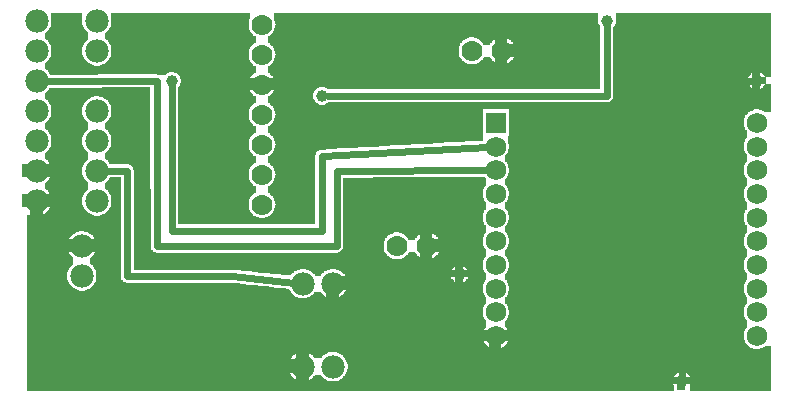
<source format=gbl>
G04 MADE WITH FRITZING*
G04 WWW.FRITZING.ORG*
G04 DOUBLE SIDED*
G04 HOLES PLATED*
G04 CONTOUR ON CENTER OF CONTOUR VECTOR*
%ASAXBY*%
%FSLAX23Y23*%
%MOIN*%
%OFA0B0*%
%SFA1.0B1.0*%
%ADD10C,0.075000*%
%ADD11C,0.039370*%
%ADD12C,0.070000*%
%ADD13C,0.078000*%
%ADD14C,0.068000*%
%ADD15R,0.068000X0.068000*%
%ADD16C,0.024000*%
%LNCOPPER0*%
G90*
G70*
G54D10*
X164Y1235D03*
G54D11*
X1023Y1024D03*
X1973Y1273D03*
X2472Y1074D03*
X2222Y73D03*
G54D12*
X1622Y1173D03*
X1522Y1173D03*
X1372Y523D03*
X1272Y523D03*
G54D13*
X72Y1173D03*
X72Y1273D03*
X272Y1173D03*
X272Y1273D03*
X72Y1073D03*
X72Y973D03*
G54D11*
X522Y1073D03*
G54D13*
X272Y973D03*
X72Y873D03*
X72Y673D03*
X72Y773D03*
X272Y673D03*
X272Y773D03*
X272Y873D03*
G54D11*
X1481Y429D03*
G54D13*
X222Y523D03*
X222Y423D03*
X1059Y398D03*
X959Y398D03*
X1059Y121D03*
X959Y121D03*
G54D14*
X1602Y934D03*
X1602Y855D03*
X1602Y776D03*
X1602Y697D03*
X1602Y618D03*
X1602Y539D03*
X1602Y460D03*
X1602Y381D03*
X1602Y302D03*
X1602Y223D03*
X2472Y223D03*
X2472Y302D03*
X2472Y381D03*
X2472Y460D03*
X2472Y539D03*
X2472Y618D03*
X2472Y697D03*
X2472Y776D03*
X2472Y855D03*
X2472Y934D03*
G54D12*
X822Y1261D03*
X822Y1161D03*
X822Y1061D03*
X822Y961D03*
X822Y861D03*
X822Y761D03*
X822Y661D03*
G54D15*
X1602Y934D03*
G54D16*
X1971Y1024D02*
X1042Y1024D01*
D02*
X1972Y1254D02*
X1971Y1024D01*
D02*
X2223Y1074D02*
X2222Y92D01*
D02*
X2453Y1074D02*
X2223Y1074D01*
D02*
X1072Y773D02*
X1071Y523D01*
D02*
X473Y523D02*
X473Y623D01*
D02*
X473Y623D02*
X473Y623D01*
D02*
X1071Y523D02*
X473Y523D01*
D02*
X473Y623D02*
X472Y1074D01*
D02*
X472Y1074D02*
X102Y1073D01*
D02*
X1577Y776D02*
X1072Y773D01*
D02*
X1023Y823D02*
X1022Y574D01*
D02*
X1022Y574D02*
X522Y574D01*
D02*
X522Y574D02*
X522Y723D01*
D02*
X522Y723D02*
X522Y1054D01*
D02*
X1577Y854D02*
X1023Y823D01*
D02*
X722Y423D02*
X929Y401D01*
D02*
X373Y423D02*
X722Y423D01*
D02*
X373Y774D02*
X373Y423D01*
D02*
X302Y774D02*
X373Y774D01*
G36*
X120Y1299D02*
X120Y1275D01*
X122Y1275D01*
X122Y1273D01*
X120Y1273D01*
X120Y1261D01*
X118Y1261D01*
X118Y1255D01*
X116Y1255D01*
X116Y1251D01*
X114Y1251D01*
X114Y1247D01*
X112Y1247D01*
X112Y1245D01*
X110Y1245D01*
X110Y1241D01*
X108Y1241D01*
X108Y1239D01*
X106Y1239D01*
X106Y1237D01*
X102Y1237D01*
X102Y1235D01*
X100Y1235D01*
X100Y1213D01*
X102Y1213D01*
X102Y1211D01*
X104Y1211D01*
X104Y1209D01*
X108Y1209D01*
X108Y1205D01*
X110Y1205D01*
X110Y1203D01*
X112Y1203D01*
X112Y1201D01*
X114Y1201D01*
X114Y1197D01*
X116Y1197D01*
X116Y1193D01*
X118Y1193D01*
X118Y1187D01*
X120Y1187D01*
X120Y1175D01*
X122Y1175D01*
X122Y1173D01*
X120Y1173D01*
X120Y1161D01*
X118Y1161D01*
X118Y1155D01*
X116Y1155D01*
X116Y1151D01*
X114Y1151D01*
X114Y1147D01*
X112Y1147D01*
X112Y1145D01*
X110Y1145D01*
X110Y1141D01*
X108Y1141D01*
X108Y1139D01*
X106Y1139D01*
X106Y1137D01*
X102Y1137D01*
X102Y1135D01*
X100Y1135D01*
X100Y1125D01*
X262Y1125D01*
X262Y1127D01*
X256Y1127D01*
X256Y1129D01*
X250Y1129D01*
X250Y1131D01*
X248Y1131D01*
X248Y1133D01*
X244Y1133D01*
X244Y1135D01*
X242Y1135D01*
X242Y1137D01*
X238Y1137D01*
X238Y1139D01*
X236Y1139D01*
X236Y1143D01*
X234Y1143D01*
X234Y1145D01*
X232Y1145D01*
X232Y1147D01*
X230Y1147D01*
X230Y1151D01*
X228Y1151D01*
X228Y1155D01*
X226Y1155D01*
X226Y1161D01*
X224Y1161D01*
X224Y1187D01*
X226Y1187D01*
X226Y1193D01*
X228Y1193D01*
X228Y1197D01*
X230Y1197D01*
X230Y1201D01*
X232Y1201D01*
X232Y1203D01*
X234Y1203D01*
X234Y1205D01*
X236Y1205D01*
X236Y1207D01*
X238Y1207D01*
X238Y1209D01*
X240Y1209D01*
X240Y1211D01*
X242Y1211D01*
X242Y1213D01*
X244Y1213D01*
X244Y1235D01*
X242Y1235D01*
X242Y1237D01*
X238Y1237D01*
X238Y1239D01*
X236Y1239D01*
X236Y1243D01*
X234Y1243D01*
X234Y1245D01*
X232Y1245D01*
X232Y1247D01*
X230Y1247D01*
X230Y1251D01*
X228Y1251D01*
X228Y1255D01*
X226Y1255D01*
X226Y1261D01*
X224Y1261D01*
X224Y1299D01*
X120Y1299D01*
G37*
D02*
G36*
X320Y1299D02*
X320Y1275D01*
X322Y1275D01*
X322Y1273D01*
X320Y1273D01*
X320Y1261D01*
X318Y1261D01*
X318Y1255D01*
X316Y1255D01*
X316Y1251D01*
X314Y1251D01*
X314Y1247D01*
X312Y1247D01*
X312Y1245D01*
X310Y1245D01*
X310Y1241D01*
X308Y1241D01*
X308Y1239D01*
X306Y1239D01*
X306Y1237D01*
X302Y1237D01*
X302Y1235D01*
X300Y1235D01*
X300Y1213D01*
X302Y1213D01*
X302Y1211D01*
X304Y1211D01*
X304Y1209D01*
X308Y1209D01*
X308Y1205D01*
X310Y1205D01*
X310Y1203D01*
X312Y1203D01*
X312Y1201D01*
X314Y1201D01*
X314Y1197D01*
X316Y1197D01*
X316Y1193D01*
X318Y1193D01*
X318Y1187D01*
X320Y1187D01*
X320Y1175D01*
X322Y1175D01*
X322Y1173D01*
X320Y1173D01*
X320Y1161D01*
X318Y1161D01*
X318Y1155D01*
X316Y1155D01*
X316Y1151D01*
X314Y1151D01*
X314Y1147D01*
X312Y1147D01*
X312Y1145D01*
X310Y1145D01*
X310Y1141D01*
X308Y1141D01*
X308Y1139D01*
X306Y1139D01*
X306Y1137D01*
X302Y1137D01*
X302Y1135D01*
X300Y1135D01*
X300Y1133D01*
X298Y1133D01*
X298Y1131D01*
X294Y1131D01*
X294Y1129D01*
X288Y1129D01*
X288Y1127D01*
X282Y1127D01*
X282Y1125D01*
X794Y1125D01*
X794Y1127D01*
X792Y1127D01*
X792Y1129D01*
X790Y1129D01*
X790Y1131D01*
X788Y1131D01*
X788Y1133D01*
X786Y1133D01*
X786Y1137D01*
X784Y1137D01*
X784Y1139D01*
X782Y1139D01*
X782Y1143D01*
X780Y1143D01*
X780Y1149D01*
X778Y1149D01*
X778Y1173D01*
X780Y1173D01*
X780Y1179D01*
X782Y1179D01*
X782Y1183D01*
X784Y1183D01*
X784Y1187D01*
X786Y1187D01*
X786Y1189D01*
X788Y1189D01*
X788Y1191D01*
X790Y1191D01*
X790Y1193D01*
X792Y1193D01*
X792Y1195D01*
X794Y1195D01*
X794Y1197D01*
X796Y1197D01*
X796Y1199D01*
X800Y1199D01*
X800Y1201D01*
X802Y1201D01*
X802Y1223D01*
X798Y1223D01*
X798Y1225D01*
X794Y1225D01*
X794Y1227D01*
X792Y1227D01*
X792Y1229D01*
X790Y1229D01*
X790Y1231D01*
X788Y1231D01*
X788Y1233D01*
X786Y1233D01*
X786Y1237D01*
X784Y1237D01*
X784Y1239D01*
X782Y1239D01*
X782Y1243D01*
X780Y1243D01*
X780Y1249D01*
X778Y1249D01*
X778Y1273D01*
X780Y1273D01*
X780Y1279D01*
X782Y1279D01*
X782Y1299D01*
X320Y1299D01*
G37*
D02*
G36*
X864Y1299D02*
X864Y1275D01*
X866Y1275D01*
X866Y1263D01*
X868Y1263D01*
X868Y1259D01*
X866Y1259D01*
X866Y1249D01*
X864Y1249D01*
X864Y1243D01*
X862Y1243D01*
X862Y1239D01*
X860Y1239D01*
X860Y1235D01*
X858Y1235D01*
X858Y1233D01*
X856Y1233D01*
X856Y1231D01*
X854Y1231D01*
X854Y1229D01*
X852Y1229D01*
X852Y1227D01*
X850Y1227D01*
X850Y1225D01*
X846Y1225D01*
X846Y1223D01*
X844Y1223D01*
X844Y1221D01*
X842Y1221D01*
X842Y1219D01*
X1630Y1219D01*
X1630Y1217D01*
X1638Y1217D01*
X1638Y1215D01*
X1642Y1215D01*
X1642Y1213D01*
X1646Y1213D01*
X1646Y1211D01*
X1648Y1211D01*
X1648Y1209D01*
X1652Y1209D01*
X1652Y1207D01*
X1654Y1207D01*
X1654Y1205D01*
X1656Y1205D01*
X1656Y1203D01*
X1658Y1203D01*
X1658Y1199D01*
X1660Y1199D01*
X1660Y1197D01*
X1662Y1197D01*
X1662Y1193D01*
X1664Y1193D01*
X1664Y1187D01*
X1666Y1187D01*
X1666Y1179D01*
X1668Y1179D01*
X1668Y1169D01*
X1666Y1169D01*
X1666Y1161D01*
X1664Y1161D01*
X1664Y1155D01*
X1662Y1155D01*
X1662Y1151D01*
X1660Y1151D01*
X1660Y1149D01*
X1658Y1149D01*
X1658Y1145D01*
X1656Y1145D01*
X1656Y1143D01*
X1654Y1143D01*
X1654Y1141D01*
X1652Y1141D01*
X1652Y1139D01*
X1650Y1139D01*
X1650Y1137D01*
X1646Y1137D01*
X1646Y1135D01*
X1642Y1135D01*
X1642Y1133D01*
X1638Y1133D01*
X1638Y1131D01*
X1632Y1131D01*
X1632Y1129D01*
X1950Y1129D01*
X1950Y1255D01*
X1948Y1255D01*
X1948Y1259D01*
X1946Y1259D01*
X1946Y1263D01*
X1944Y1263D01*
X1944Y1273D01*
X1942Y1273D01*
X1942Y1275D01*
X1944Y1275D01*
X1944Y1299D01*
X864Y1299D01*
G37*
D02*
G36*
X2002Y1299D02*
X2002Y1265D01*
X2000Y1265D01*
X2000Y1261D01*
X1998Y1261D01*
X1998Y1257D01*
X1996Y1257D01*
X1996Y1255D01*
X1994Y1255D01*
X1994Y1105D01*
X2474Y1105D01*
X2474Y1103D01*
X2484Y1103D01*
X2484Y1101D01*
X2488Y1101D01*
X2488Y1099D01*
X2490Y1099D01*
X2490Y1097D01*
X2492Y1097D01*
X2492Y1095D01*
X2494Y1095D01*
X2494Y1093D01*
X2496Y1093D01*
X2496Y1091D01*
X2498Y1091D01*
X2498Y1087D01*
X2518Y1087D01*
X2518Y1299D01*
X2002Y1299D01*
G37*
D02*
G36*
X842Y1219D02*
X842Y1201D01*
X844Y1201D01*
X844Y1199D01*
X848Y1199D01*
X848Y1197D01*
X850Y1197D01*
X850Y1195D01*
X854Y1195D01*
X854Y1191D01*
X856Y1191D01*
X856Y1189D01*
X858Y1189D01*
X858Y1187D01*
X860Y1187D01*
X860Y1183D01*
X862Y1183D01*
X862Y1181D01*
X864Y1181D01*
X864Y1175D01*
X866Y1175D01*
X866Y1163D01*
X868Y1163D01*
X868Y1159D01*
X866Y1159D01*
X866Y1149D01*
X864Y1149D01*
X864Y1143D01*
X862Y1143D01*
X862Y1139D01*
X860Y1139D01*
X860Y1135D01*
X858Y1135D01*
X858Y1133D01*
X856Y1133D01*
X856Y1131D01*
X854Y1131D01*
X854Y1129D01*
X1512Y1129D01*
X1512Y1131D01*
X1506Y1131D01*
X1506Y1133D01*
X1502Y1133D01*
X1502Y1135D01*
X1498Y1135D01*
X1498Y1137D01*
X1496Y1137D01*
X1496Y1139D01*
X1492Y1139D01*
X1492Y1141D01*
X1490Y1141D01*
X1490Y1143D01*
X1488Y1143D01*
X1488Y1147D01*
X1486Y1147D01*
X1486Y1149D01*
X1484Y1149D01*
X1484Y1153D01*
X1482Y1153D01*
X1482Y1155D01*
X1480Y1155D01*
X1480Y1161D01*
X1478Y1161D01*
X1478Y1185D01*
X1480Y1185D01*
X1480Y1191D01*
X1482Y1191D01*
X1482Y1195D01*
X1484Y1195D01*
X1484Y1199D01*
X1486Y1199D01*
X1486Y1201D01*
X1488Y1201D01*
X1488Y1205D01*
X1490Y1205D01*
X1490Y1207D01*
X1494Y1207D01*
X1494Y1209D01*
X1496Y1209D01*
X1496Y1211D01*
X1498Y1211D01*
X1498Y1213D01*
X1502Y1213D01*
X1502Y1215D01*
X1506Y1215D01*
X1506Y1217D01*
X1514Y1217D01*
X1514Y1219D01*
X842Y1219D01*
G37*
D02*
G36*
X1530Y1219D02*
X1530Y1217D01*
X1538Y1217D01*
X1538Y1215D01*
X1542Y1215D01*
X1542Y1213D01*
X1546Y1213D01*
X1546Y1211D01*
X1548Y1211D01*
X1548Y1209D01*
X1550Y1209D01*
X1550Y1207D01*
X1554Y1207D01*
X1554Y1205D01*
X1556Y1205D01*
X1556Y1201D01*
X1558Y1201D01*
X1558Y1199D01*
X1560Y1199D01*
X1560Y1195D01*
X1562Y1195D01*
X1562Y1193D01*
X1582Y1193D01*
X1582Y1195D01*
X1584Y1195D01*
X1584Y1199D01*
X1586Y1199D01*
X1586Y1201D01*
X1588Y1201D01*
X1588Y1203D01*
X1590Y1203D01*
X1590Y1207D01*
X1594Y1207D01*
X1594Y1209D01*
X1596Y1209D01*
X1596Y1211D01*
X1598Y1211D01*
X1598Y1213D01*
X1602Y1213D01*
X1602Y1215D01*
X1608Y1215D01*
X1608Y1217D01*
X1614Y1217D01*
X1614Y1219D01*
X1530Y1219D01*
G37*
D02*
G36*
X1562Y1155D02*
X1562Y1151D01*
X1560Y1151D01*
X1560Y1149D01*
X1558Y1149D01*
X1558Y1145D01*
X1556Y1145D01*
X1556Y1143D01*
X1554Y1143D01*
X1554Y1141D01*
X1552Y1141D01*
X1552Y1139D01*
X1548Y1139D01*
X1548Y1137D01*
X1546Y1137D01*
X1546Y1135D01*
X1542Y1135D01*
X1542Y1133D01*
X1538Y1133D01*
X1538Y1131D01*
X1532Y1131D01*
X1532Y1129D01*
X1612Y1129D01*
X1612Y1131D01*
X1606Y1131D01*
X1606Y1133D01*
X1602Y1133D01*
X1602Y1135D01*
X1598Y1135D01*
X1598Y1137D01*
X1596Y1137D01*
X1596Y1139D01*
X1592Y1139D01*
X1592Y1141D01*
X1590Y1141D01*
X1590Y1143D01*
X1588Y1143D01*
X1588Y1147D01*
X1586Y1147D01*
X1586Y1149D01*
X1584Y1149D01*
X1584Y1153D01*
X1582Y1153D01*
X1582Y1155D01*
X1562Y1155D01*
G37*
D02*
G36*
X852Y1129D02*
X852Y1127D01*
X1950Y1127D01*
X1950Y1129D01*
X852Y1129D01*
G37*
D02*
G36*
X852Y1129D02*
X852Y1127D01*
X1950Y1127D01*
X1950Y1129D01*
X852Y1129D01*
G37*
D02*
G36*
X852Y1129D02*
X852Y1127D01*
X1950Y1127D01*
X1950Y1129D01*
X852Y1129D01*
G37*
D02*
G36*
X850Y1127D02*
X850Y1125D01*
X846Y1125D01*
X846Y1123D01*
X844Y1123D01*
X844Y1121D01*
X842Y1121D01*
X842Y1101D01*
X844Y1101D01*
X844Y1099D01*
X848Y1099D01*
X848Y1097D01*
X850Y1097D01*
X850Y1095D01*
X854Y1095D01*
X854Y1091D01*
X856Y1091D01*
X856Y1089D01*
X858Y1089D01*
X858Y1087D01*
X860Y1087D01*
X860Y1083D01*
X862Y1083D01*
X862Y1081D01*
X864Y1081D01*
X864Y1075D01*
X866Y1075D01*
X866Y1063D01*
X868Y1063D01*
X868Y1059D01*
X866Y1059D01*
X866Y1053D01*
X1034Y1053D01*
X1034Y1051D01*
X1038Y1051D01*
X1038Y1049D01*
X1040Y1049D01*
X1040Y1047D01*
X1950Y1047D01*
X1950Y1127D01*
X850Y1127D01*
G37*
D02*
G36*
X100Y1125D02*
X100Y1123D01*
X798Y1123D01*
X798Y1125D01*
X100Y1125D01*
G37*
D02*
G36*
X100Y1125D02*
X100Y1123D01*
X798Y1123D01*
X798Y1125D01*
X100Y1125D01*
G37*
D02*
G36*
X100Y1123D02*
X100Y1113D01*
X102Y1113D01*
X102Y1111D01*
X104Y1111D01*
X104Y1109D01*
X108Y1109D01*
X108Y1105D01*
X110Y1105D01*
X110Y1103D01*
X530Y1103D01*
X530Y1101D01*
X536Y1101D01*
X536Y1099D01*
X540Y1099D01*
X540Y1097D01*
X542Y1097D01*
X542Y1095D01*
X544Y1095D01*
X544Y1093D01*
X546Y1093D01*
X546Y1089D01*
X548Y1089D01*
X548Y1087D01*
X550Y1087D01*
X550Y1081D01*
X552Y1081D01*
X552Y1067D01*
X550Y1067D01*
X550Y1061D01*
X548Y1061D01*
X548Y1057D01*
X546Y1057D01*
X546Y1055D01*
X544Y1055D01*
X544Y617D01*
X812Y617D01*
X812Y619D01*
X804Y619D01*
X804Y621D01*
X802Y621D01*
X802Y623D01*
X798Y623D01*
X798Y625D01*
X794Y625D01*
X794Y627D01*
X792Y627D01*
X792Y629D01*
X790Y629D01*
X790Y631D01*
X788Y631D01*
X788Y633D01*
X786Y633D01*
X786Y637D01*
X784Y637D01*
X784Y639D01*
X782Y639D01*
X782Y643D01*
X780Y643D01*
X780Y649D01*
X778Y649D01*
X778Y673D01*
X780Y673D01*
X780Y679D01*
X782Y679D01*
X782Y683D01*
X784Y683D01*
X784Y687D01*
X786Y687D01*
X786Y689D01*
X788Y689D01*
X788Y691D01*
X790Y691D01*
X790Y693D01*
X792Y693D01*
X792Y695D01*
X794Y695D01*
X794Y697D01*
X796Y697D01*
X796Y699D01*
X800Y699D01*
X800Y701D01*
X802Y701D01*
X802Y723D01*
X798Y723D01*
X798Y725D01*
X794Y725D01*
X794Y727D01*
X792Y727D01*
X792Y729D01*
X790Y729D01*
X790Y731D01*
X788Y731D01*
X788Y733D01*
X786Y733D01*
X786Y737D01*
X784Y737D01*
X784Y739D01*
X782Y739D01*
X782Y743D01*
X780Y743D01*
X780Y749D01*
X778Y749D01*
X778Y773D01*
X780Y773D01*
X780Y779D01*
X782Y779D01*
X782Y783D01*
X784Y783D01*
X784Y787D01*
X786Y787D01*
X786Y789D01*
X788Y789D01*
X788Y791D01*
X790Y791D01*
X790Y793D01*
X792Y793D01*
X792Y795D01*
X794Y795D01*
X794Y797D01*
X796Y797D01*
X796Y799D01*
X800Y799D01*
X800Y801D01*
X802Y801D01*
X802Y823D01*
X798Y823D01*
X798Y825D01*
X794Y825D01*
X794Y827D01*
X792Y827D01*
X792Y829D01*
X790Y829D01*
X790Y831D01*
X788Y831D01*
X788Y833D01*
X786Y833D01*
X786Y837D01*
X784Y837D01*
X784Y839D01*
X782Y839D01*
X782Y843D01*
X780Y843D01*
X780Y849D01*
X778Y849D01*
X778Y873D01*
X780Y873D01*
X780Y879D01*
X782Y879D01*
X782Y883D01*
X784Y883D01*
X784Y887D01*
X786Y887D01*
X786Y889D01*
X788Y889D01*
X788Y891D01*
X790Y891D01*
X790Y893D01*
X792Y893D01*
X792Y895D01*
X794Y895D01*
X794Y897D01*
X796Y897D01*
X796Y899D01*
X800Y899D01*
X800Y901D01*
X802Y901D01*
X802Y923D01*
X798Y923D01*
X798Y925D01*
X794Y925D01*
X794Y927D01*
X792Y927D01*
X792Y929D01*
X790Y929D01*
X790Y931D01*
X788Y931D01*
X788Y933D01*
X786Y933D01*
X786Y937D01*
X784Y937D01*
X784Y939D01*
X782Y939D01*
X782Y943D01*
X780Y943D01*
X780Y949D01*
X778Y949D01*
X778Y973D01*
X780Y973D01*
X780Y979D01*
X782Y979D01*
X782Y983D01*
X784Y983D01*
X784Y987D01*
X786Y987D01*
X786Y989D01*
X788Y989D01*
X788Y991D01*
X790Y991D01*
X790Y993D01*
X792Y993D01*
X792Y995D01*
X794Y995D01*
X794Y997D01*
X796Y997D01*
X796Y999D01*
X800Y999D01*
X800Y1001D01*
X802Y1001D01*
X802Y1023D01*
X798Y1023D01*
X798Y1025D01*
X794Y1025D01*
X794Y1027D01*
X792Y1027D01*
X792Y1029D01*
X790Y1029D01*
X790Y1031D01*
X788Y1031D01*
X788Y1033D01*
X786Y1033D01*
X786Y1037D01*
X784Y1037D01*
X784Y1039D01*
X782Y1039D01*
X782Y1043D01*
X780Y1043D01*
X780Y1049D01*
X778Y1049D01*
X778Y1073D01*
X780Y1073D01*
X780Y1079D01*
X782Y1079D01*
X782Y1083D01*
X784Y1083D01*
X784Y1087D01*
X786Y1087D01*
X786Y1089D01*
X788Y1089D01*
X788Y1091D01*
X790Y1091D01*
X790Y1093D01*
X792Y1093D01*
X792Y1095D01*
X794Y1095D01*
X794Y1097D01*
X796Y1097D01*
X796Y1099D01*
X800Y1099D01*
X800Y1101D01*
X802Y1101D01*
X802Y1123D01*
X100Y1123D01*
G37*
D02*
G36*
X1994Y1105D02*
X1994Y1045D01*
X2464Y1045D01*
X2464Y1047D01*
X2460Y1047D01*
X2460Y1049D01*
X2456Y1049D01*
X2456Y1051D01*
X2452Y1051D01*
X2452Y1053D01*
X2450Y1053D01*
X2450Y1057D01*
X2448Y1057D01*
X2448Y1059D01*
X2446Y1059D01*
X2446Y1063D01*
X2444Y1063D01*
X2444Y1069D01*
X2442Y1069D01*
X2442Y1081D01*
X2444Y1081D01*
X2444Y1087D01*
X2446Y1087D01*
X2446Y1091D01*
X2448Y1091D01*
X2448Y1093D01*
X2450Y1093D01*
X2450Y1095D01*
X2452Y1095D01*
X2452Y1097D01*
X2454Y1097D01*
X2454Y1099D01*
X2458Y1099D01*
X2458Y1101D01*
X2460Y1101D01*
X2460Y1103D01*
X2470Y1103D01*
X2470Y1105D01*
X1994Y1105D01*
G37*
D02*
G36*
X112Y1103D02*
X112Y1101D01*
X114Y1101D01*
X114Y1097D01*
X474Y1097D01*
X474Y1095D01*
X502Y1095D01*
X502Y1097D01*
X506Y1097D01*
X506Y1099D01*
X508Y1099D01*
X508Y1101D01*
X514Y1101D01*
X514Y1103D01*
X112Y1103D01*
G37*
D02*
G36*
X116Y1097D02*
X116Y1095D01*
X276Y1095D01*
X276Y1097D01*
X116Y1097D01*
G37*
D02*
G36*
X2498Y1063D02*
X2498Y1059D01*
X2496Y1059D01*
X2496Y1057D01*
X2494Y1057D01*
X2494Y1053D01*
X2492Y1053D01*
X2492Y1051D01*
X2488Y1051D01*
X2488Y1049D01*
X2486Y1049D01*
X2486Y1047D01*
X2480Y1047D01*
X2480Y1045D01*
X2518Y1045D01*
X2518Y1063D01*
X2498Y1063D01*
G37*
D02*
G36*
X288Y1053D02*
X288Y1051D01*
X114Y1051D01*
X114Y1047D01*
X112Y1047D01*
X112Y1045D01*
X110Y1045D01*
X110Y1041D01*
X108Y1041D01*
X108Y1039D01*
X106Y1039D01*
X106Y1037D01*
X102Y1037D01*
X102Y1035D01*
X100Y1035D01*
X100Y1023D01*
X280Y1023D01*
X280Y1021D01*
X288Y1021D01*
X288Y1019D01*
X292Y1019D01*
X292Y1017D01*
X296Y1017D01*
X296Y1015D01*
X300Y1015D01*
X300Y1013D01*
X302Y1013D01*
X302Y1011D01*
X304Y1011D01*
X304Y1009D01*
X308Y1009D01*
X308Y1005D01*
X310Y1005D01*
X310Y1003D01*
X312Y1003D01*
X312Y1001D01*
X314Y1001D01*
X314Y997D01*
X316Y997D01*
X316Y993D01*
X318Y993D01*
X318Y987D01*
X320Y987D01*
X320Y975D01*
X322Y975D01*
X322Y973D01*
X320Y973D01*
X320Y961D01*
X318Y961D01*
X318Y955D01*
X316Y955D01*
X316Y951D01*
X314Y951D01*
X314Y947D01*
X312Y947D01*
X312Y945D01*
X310Y945D01*
X310Y941D01*
X308Y941D01*
X308Y939D01*
X306Y939D01*
X306Y937D01*
X302Y937D01*
X302Y935D01*
X300Y935D01*
X300Y913D01*
X302Y913D01*
X302Y911D01*
X304Y911D01*
X304Y909D01*
X308Y909D01*
X308Y905D01*
X310Y905D01*
X310Y903D01*
X312Y903D01*
X312Y901D01*
X314Y901D01*
X314Y897D01*
X316Y897D01*
X316Y893D01*
X318Y893D01*
X318Y887D01*
X320Y887D01*
X320Y875D01*
X322Y875D01*
X322Y873D01*
X320Y873D01*
X320Y861D01*
X318Y861D01*
X318Y855D01*
X316Y855D01*
X316Y851D01*
X314Y851D01*
X314Y847D01*
X312Y847D01*
X312Y845D01*
X310Y845D01*
X310Y841D01*
X308Y841D01*
X308Y839D01*
X306Y839D01*
X306Y837D01*
X302Y837D01*
X302Y835D01*
X300Y835D01*
X300Y813D01*
X302Y813D01*
X302Y811D01*
X304Y811D01*
X304Y809D01*
X308Y809D01*
X308Y805D01*
X310Y805D01*
X310Y803D01*
X312Y803D01*
X312Y801D01*
X314Y801D01*
X314Y797D01*
X378Y797D01*
X378Y795D01*
X384Y795D01*
X384Y793D01*
X386Y793D01*
X386Y791D01*
X388Y791D01*
X388Y789D01*
X390Y789D01*
X390Y787D01*
X392Y787D01*
X392Y785D01*
X394Y785D01*
X394Y777D01*
X396Y777D01*
X396Y501D01*
X468Y501D01*
X468Y503D01*
X462Y503D01*
X462Y505D01*
X460Y505D01*
X460Y507D01*
X458Y507D01*
X458Y509D01*
X456Y509D01*
X456Y511D01*
X454Y511D01*
X454Y515D01*
X452Y515D01*
X452Y715D01*
X450Y715D01*
X450Y1053D01*
X288Y1053D01*
G37*
D02*
G36*
X866Y1053D02*
X866Y1049D01*
X864Y1049D01*
X864Y1043D01*
X862Y1043D01*
X862Y1039D01*
X860Y1039D01*
X860Y1035D01*
X858Y1035D01*
X858Y1033D01*
X856Y1033D01*
X856Y1031D01*
X854Y1031D01*
X854Y1029D01*
X852Y1029D01*
X852Y1027D01*
X850Y1027D01*
X850Y1025D01*
X846Y1025D01*
X846Y1023D01*
X844Y1023D01*
X844Y1021D01*
X842Y1021D01*
X842Y1001D01*
X844Y1001D01*
X844Y999D01*
X848Y999D01*
X848Y997D01*
X850Y997D01*
X850Y995D01*
X1014Y995D01*
X1014Y997D01*
X1010Y997D01*
X1010Y999D01*
X1006Y999D01*
X1006Y1001D01*
X1004Y1001D01*
X1004Y1003D01*
X1002Y1003D01*
X1002Y1005D01*
X1000Y1005D01*
X1000Y1007D01*
X998Y1007D01*
X998Y1009D01*
X996Y1009D01*
X996Y1013D01*
X994Y1013D01*
X994Y1035D01*
X996Y1035D01*
X996Y1039D01*
X998Y1039D01*
X998Y1041D01*
X1000Y1041D01*
X1000Y1045D01*
X1002Y1045D01*
X1002Y1047D01*
X1006Y1047D01*
X1006Y1049D01*
X1008Y1049D01*
X1008Y1051D01*
X1012Y1051D01*
X1012Y1053D01*
X866Y1053D01*
G37*
D02*
G36*
X1994Y1045D02*
X1994Y1043D01*
X2518Y1043D01*
X2518Y1045D01*
X1994Y1045D01*
G37*
D02*
G36*
X1994Y1045D02*
X1994Y1043D01*
X2518Y1043D01*
X2518Y1045D01*
X1994Y1045D01*
G37*
D02*
G36*
X1994Y1043D02*
X1994Y1021D01*
X1992Y1021D01*
X1992Y1015D01*
X1990Y1015D01*
X1990Y1011D01*
X1988Y1011D01*
X1988Y1009D01*
X1986Y1009D01*
X1986Y1007D01*
X1984Y1007D01*
X1984Y1005D01*
X1980Y1005D01*
X1980Y1003D01*
X1042Y1003D01*
X1042Y1001D01*
X1040Y1001D01*
X1040Y999D01*
X1036Y999D01*
X1036Y997D01*
X1032Y997D01*
X1032Y995D01*
X2518Y995D01*
X2518Y1043D01*
X1994Y1043D01*
G37*
D02*
G36*
X100Y1023D02*
X100Y1013D01*
X102Y1013D01*
X102Y1011D01*
X104Y1011D01*
X104Y1009D01*
X108Y1009D01*
X108Y1005D01*
X110Y1005D01*
X110Y1003D01*
X112Y1003D01*
X112Y1001D01*
X114Y1001D01*
X114Y997D01*
X116Y997D01*
X116Y993D01*
X118Y993D01*
X118Y987D01*
X120Y987D01*
X120Y975D01*
X122Y975D01*
X122Y973D01*
X120Y973D01*
X120Y961D01*
X118Y961D01*
X118Y955D01*
X116Y955D01*
X116Y951D01*
X114Y951D01*
X114Y947D01*
X112Y947D01*
X112Y945D01*
X110Y945D01*
X110Y941D01*
X108Y941D01*
X108Y939D01*
X106Y939D01*
X106Y937D01*
X102Y937D01*
X102Y935D01*
X100Y935D01*
X100Y913D01*
X102Y913D01*
X102Y911D01*
X104Y911D01*
X104Y909D01*
X108Y909D01*
X108Y905D01*
X110Y905D01*
X110Y903D01*
X112Y903D01*
X112Y901D01*
X114Y901D01*
X114Y897D01*
X116Y897D01*
X116Y893D01*
X118Y893D01*
X118Y887D01*
X120Y887D01*
X120Y875D01*
X122Y875D01*
X122Y873D01*
X120Y873D01*
X120Y861D01*
X118Y861D01*
X118Y855D01*
X116Y855D01*
X116Y851D01*
X114Y851D01*
X114Y847D01*
X112Y847D01*
X112Y845D01*
X110Y845D01*
X110Y841D01*
X108Y841D01*
X108Y839D01*
X106Y839D01*
X106Y837D01*
X102Y837D01*
X102Y835D01*
X100Y835D01*
X100Y813D01*
X102Y813D01*
X102Y811D01*
X104Y811D01*
X104Y809D01*
X108Y809D01*
X108Y805D01*
X110Y805D01*
X110Y803D01*
X112Y803D01*
X112Y801D01*
X114Y801D01*
X114Y797D01*
X116Y797D01*
X116Y793D01*
X118Y793D01*
X118Y787D01*
X120Y787D01*
X120Y775D01*
X122Y775D01*
X122Y773D01*
X120Y773D01*
X120Y761D01*
X118Y761D01*
X118Y755D01*
X116Y755D01*
X116Y751D01*
X114Y751D01*
X114Y747D01*
X112Y747D01*
X112Y745D01*
X110Y745D01*
X110Y741D01*
X108Y741D01*
X108Y739D01*
X106Y739D01*
X106Y737D01*
X102Y737D01*
X102Y735D01*
X100Y735D01*
X100Y713D01*
X102Y713D01*
X102Y711D01*
X104Y711D01*
X104Y709D01*
X108Y709D01*
X108Y705D01*
X110Y705D01*
X110Y703D01*
X112Y703D01*
X112Y701D01*
X114Y701D01*
X114Y697D01*
X116Y697D01*
X116Y693D01*
X118Y693D01*
X118Y687D01*
X120Y687D01*
X120Y675D01*
X122Y675D01*
X122Y673D01*
X120Y673D01*
X120Y661D01*
X118Y661D01*
X118Y655D01*
X116Y655D01*
X116Y651D01*
X114Y651D01*
X114Y647D01*
X112Y647D01*
X112Y645D01*
X110Y645D01*
X110Y641D01*
X108Y641D01*
X108Y639D01*
X106Y639D01*
X106Y637D01*
X102Y637D01*
X102Y635D01*
X100Y635D01*
X100Y633D01*
X98Y633D01*
X98Y631D01*
X94Y631D01*
X94Y629D01*
X88Y629D01*
X88Y627D01*
X82Y627D01*
X82Y625D01*
X262Y625D01*
X262Y627D01*
X256Y627D01*
X256Y629D01*
X250Y629D01*
X250Y631D01*
X248Y631D01*
X248Y633D01*
X244Y633D01*
X244Y635D01*
X242Y635D01*
X242Y637D01*
X238Y637D01*
X238Y639D01*
X236Y639D01*
X236Y643D01*
X234Y643D01*
X234Y645D01*
X232Y645D01*
X232Y647D01*
X230Y647D01*
X230Y651D01*
X228Y651D01*
X228Y655D01*
X226Y655D01*
X226Y661D01*
X224Y661D01*
X224Y687D01*
X226Y687D01*
X226Y693D01*
X228Y693D01*
X228Y697D01*
X230Y697D01*
X230Y701D01*
X232Y701D01*
X232Y703D01*
X234Y703D01*
X234Y705D01*
X236Y705D01*
X236Y707D01*
X238Y707D01*
X238Y709D01*
X240Y709D01*
X240Y711D01*
X242Y711D01*
X242Y713D01*
X244Y713D01*
X244Y735D01*
X242Y735D01*
X242Y737D01*
X238Y737D01*
X238Y739D01*
X236Y739D01*
X236Y743D01*
X234Y743D01*
X234Y745D01*
X232Y745D01*
X232Y747D01*
X230Y747D01*
X230Y751D01*
X228Y751D01*
X228Y755D01*
X226Y755D01*
X226Y761D01*
X224Y761D01*
X224Y787D01*
X226Y787D01*
X226Y793D01*
X228Y793D01*
X228Y797D01*
X230Y797D01*
X230Y801D01*
X232Y801D01*
X232Y803D01*
X234Y803D01*
X234Y805D01*
X236Y805D01*
X236Y807D01*
X238Y807D01*
X238Y809D01*
X240Y809D01*
X240Y811D01*
X242Y811D01*
X242Y813D01*
X244Y813D01*
X244Y835D01*
X242Y835D01*
X242Y837D01*
X238Y837D01*
X238Y839D01*
X236Y839D01*
X236Y843D01*
X234Y843D01*
X234Y845D01*
X232Y845D01*
X232Y847D01*
X230Y847D01*
X230Y851D01*
X228Y851D01*
X228Y855D01*
X226Y855D01*
X226Y861D01*
X224Y861D01*
X224Y887D01*
X226Y887D01*
X226Y893D01*
X228Y893D01*
X228Y897D01*
X230Y897D01*
X230Y901D01*
X232Y901D01*
X232Y903D01*
X234Y903D01*
X234Y905D01*
X236Y905D01*
X236Y907D01*
X238Y907D01*
X238Y909D01*
X240Y909D01*
X240Y911D01*
X242Y911D01*
X242Y913D01*
X244Y913D01*
X244Y935D01*
X242Y935D01*
X242Y937D01*
X238Y937D01*
X238Y939D01*
X236Y939D01*
X236Y943D01*
X234Y943D01*
X234Y945D01*
X232Y945D01*
X232Y947D01*
X230Y947D01*
X230Y951D01*
X228Y951D01*
X228Y955D01*
X226Y955D01*
X226Y961D01*
X224Y961D01*
X224Y987D01*
X226Y987D01*
X226Y993D01*
X228Y993D01*
X228Y997D01*
X230Y997D01*
X230Y1001D01*
X232Y1001D01*
X232Y1003D01*
X234Y1003D01*
X234Y1005D01*
X236Y1005D01*
X236Y1007D01*
X238Y1007D01*
X238Y1009D01*
X240Y1009D01*
X240Y1011D01*
X242Y1011D01*
X242Y1013D01*
X244Y1013D01*
X244Y1015D01*
X248Y1015D01*
X248Y1017D01*
X252Y1017D01*
X252Y1019D01*
X256Y1019D01*
X256Y1021D01*
X264Y1021D01*
X264Y1023D01*
X100Y1023D01*
G37*
D02*
G36*
X854Y995D02*
X854Y993D01*
X2518Y993D01*
X2518Y995D01*
X854Y995D01*
G37*
D02*
G36*
X854Y995D02*
X854Y993D01*
X2518Y993D01*
X2518Y995D01*
X854Y995D01*
G37*
D02*
G36*
X854Y993D02*
X854Y991D01*
X856Y991D01*
X856Y989D01*
X858Y989D01*
X858Y987D01*
X860Y987D01*
X860Y983D01*
X862Y983D01*
X862Y981D01*
X864Y981D01*
X864Y979D01*
X2480Y979D01*
X2480Y977D01*
X2488Y977D01*
X2488Y975D01*
X2492Y975D01*
X2492Y973D01*
X2496Y973D01*
X2496Y971D01*
X2498Y971D01*
X2498Y969D01*
X2518Y969D01*
X2518Y993D01*
X854Y993D01*
G37*
D02*
G36*
X864Y979D02*
X864Y975D01*
X866Y975D01*
X866Y963D01*
X868Y963D01*
X868Y959D01*
X866Y959D01*
X866Y949D01*
X864Y949D01*
X864Y943D01*
X862Y943D01*
X862Y939D01*
X860Y939D01*
X860Y935D01*
X858Y935D01*
X858Y933D01*
X856Y933D01*
X856Y931D01*
X854Y931D01*
X854Y929D01*
X852Y929D01*
X852Y927D01*
X850Y927D01*
X850Y925D01*
X846Y925D01*
X846Y923D01*
X844Y923D01*
X844Y921D01*
X842Y921D01*
X842Y901D01*
X844Y901D01*
X844Y899D01*
X848Y899D01*
X848Y897D01*
X850Y897D01*
X850Y895D01*
X854Y895D01*
X854Y891D01*
X856Y891D01*
X856Y889D01*
X858Y889D01*
X858Y887D01*
X860Y887D01*
X860Y883D01*
X862Y883D01*
X862Y881D01*
X864Y881D01*
X864Y875D01*
X866Y875D01*
X866Y863D01*
X868Y863D01*
X868Y859D01*
X866Y859D01*
X866Y849D01*
X864Y849D01*
X864Y843D01*
X862Y843D01*
X862Y839D01*
X860Y839D01*
X860Y835D01*
X858Y835D01*
X858Y833D01*
X856Y833D01*
X856Y831D01*
X854Y831D01*
X854Y829D01*
X852Y829D01*
X852Y827D01*
X850Y827D01*
X850Y825D01*
X846Y825D01*
X846Y823D01*
X844Y823D01*
X844Y821D01*
X842Y821D01*
X842Y801D01*
X844Y801D01*
X844Y799D01*
X848Y799D01*
X848Y797D01*
X850Y797D01*
X850Y795D01*
X854Y795D01*
X854Y791D01*
X856Y791D01*
X856Y789D01*
X858Y789D01*
X858Y787D01*
X860Y787D01*
X860Y783D01*
X862Y783D01*
X862Y781D01*
X864Y781D01*
X864Y775D01*
X866Y775D01*
X866Y763D01*
X868Y763D01*
X868Y759D01*
X866Y759D01*
X866Y749D01*
X864Y749D01*
X864Y743D01*
X862Y743D01*
X862Y739D01*
X860Y739D01*
X860Y735D01*
X858Y735D01*
X858Y733D01*
X856Y733D01*
X856Y731D01*
X854Y731D01*
X854Y729D01*
X852Y729D01*
X852Y727D01*
X850Y727D01*
X850Y725D01*
X846Y725D01*
X846Y723D01*
X844Y723D01*
X844Y721D01*
X842Y721D01*
X842Y701D01*
X844Y701D01*
X844Y699D01*
X848Y699D01*
X848Y697D01*
X850Y697D01*
X850Y695D01*
X854Y695D01*
X854Y691D01*
X856Y691D01*
X856Y689D01*
X858Y689D01*
X858Y687D01*
X860Y687D01*
X860Y683D01*
X862Y683D01*
X862Y681D01*
X864Y681D01*
X864Y675D01*
X866Y675D01*
X866Y663D01*
X868Y663D01*
X868Y659D01*
X866Y659D01*
X866Y649D01*
X864Y649D01*
X864Y643D01*
X862Y643D01*
X862Y639D01*
X860Y639D01*
X860Y635D01*
X858Y635D01*
X858Y633D01*
X856Y633D01*
X856Y631D01*
X854Y631D01*
X854Y629D01*
X852Y629D01*
X852Y627D01*
X850Y627D01*
X850Y625D01*
X846Y625D01*
X846Y623D01*
X844Y623D01*
X844Y621D01*
X840Y621D01*
X840Y619D01*
X832Y619D01*
X832Y617D01*
X1000Y617D01*
X1000Y827D01*
X1002Y827D01*
X1002Y833D01*
X1004Y833D01*
X1004Y837D01*
X1006Y837D01*
X1006Y839D01*
X1008Y839D01*
X1008Y841D01*
X1012Y841D01*
X1012Y843D01*
X1016Y843D01*
X1016Y845D01*
X1036Y845D01*
X1036Y847D01*
X1072Y847D01*
X1072Y849D01*
X1108Y849D01*
X1108Y851D01*
X1144Y851D01*
X1144Y853D01*
X1178Y853D01*
X1178Y855D01*
X1214Y855D01*
X1214Y857D01*
X1250Y857D01*
X1250Y859D01*
X1286Y859D01*
X1286Y861D01*
X1320Y861D01*
X1320Y863D01*
X1356Y863D01*
X1356Y865D01*
X1392Y865D01*
X1392Y867D01*
X1428Y867D01*
X1428Y869D01*
X1462Y869D01*
X1462Y871D01*
X1498Y871D01*
X1498Y873D01*
X1534Y873D01*
X1534Y875D01*
X1558Y875D01*
X1558Y979D01*
X864Y979D01*
G37*
D02*
G36*
X1646Y979D02*
X1646Y891D01*
X1642Y891D01*
X1642Y871D01*
X1644Y871D01*
X1644Y865D01*
X1646Y865D01*
X1646Y847D01*
X1644Y847D01*
X1644Y839D01*
X1642Y839D01*
X1642Y835D01*
X1640Y835D01*
X1640Y833D01*
X1638Y833D01*
X1638Y829D01*
X1636Y829D01*
X1636Y827D01*
X1634Y827D01*
X1634Y805D01*
X1636Y805D01*
X1636Y803D01*
X1638Y803D01*
X1638Y801D01*
X1640Y801D01*
X1640Y797D01*
X1642Y797D01*
X1642Y793D01*
X1644Y793D01*
X1644Y785D01*
X1646Y785D01*
X1646Y767D01*
X1644Y767D01*
X1644Y761D01*
X1642Y761D01*
X1642Y757D01*
X1640Y757D01*
X1640Y753D01*
X1638Y753D01*
X1638Y751D01*
X1636Y751D01*
X1636Y747D01*
X1634Y747D01*
X1634Y727D01*
X1636Y727D01*
X1636Y725D01*
X1638Y725D01*
X1638Y721D01*
X1640Y721D01*
X1640Y717D01*
X1642Y717D01*
X1642Y713D01*
X1644Y713D01*
X1644Y707D01*
X1646Y707D01*
X1646Y689D01*
X1644Y689D01*
X1644Y681D01*
X1642Y681D01*
X1642Y677D01*
X1640Y677D01*
X1640Y675D01*
X1638Y675D01*
X1638Y671D01*
X1636Y671D01*
X1636Y669D01*
X1634Y669D01*
X1634Y647D01*
X1636Y647D01*
X1636Y645D01*
X1638Y645D01*
X1638Y643D01*
X1640Y643D01*
X1640Y639D01*
X1642Y639D01*
X1642Y635D01*
X1644Y635D01*
X1644Y627D01*
X1646Y627D01*
X1646Y609D01*
X1644Y609D01*
X1644Y603D01*
X1642Y603D01*
X1642Y599D01*
X1640Y599D01*
X1640Y595D01*
X1638Y595D01*
X1638Y593D01*
X1636Y593D01*
X1636Y589D01*
X1634Y589D01*
X1634Y569D01*
X1636Y569D01*
X1636Y567D01*
X1638Y567D01*
X1638Y563D01*
X1640Y563D01*
X1640Y559D01*
X1642Y559D01*
X1642Y555D01*
X1644Y555D01*
X1644Y549D01*
X1646Y549D01*
X1646Y531D01*
X1644Y531D01*
X1644Y523D01*
X1642Y523D01*
X1642Y519D01*
X1640Y519D01*
X1640Y517D01*
X1638Y517D01*
X1638Y513D01*
X1636Y513D01*
X1636Y511D01*
X1634Y511D01*
X1634Y489D01*
X1636Y489D01*
X1636Y487D01*
X1638Y487D01*
X1638Y485D01*
X1640Y485D01*
X1640Y481D01*
X1642Y481D01*
X1642Y477D01*
X1644Y477D01*
X1644Y469D01*
X1646Y469D01*
X1646Y451D01*
X1644Y451D01*
X1644Y445D01*
X1642Y445D01*
X1642Y441D01*
X1640Y441D01*
X1640Y437D01*
X1638Y437D01*
X1638Y435D01*
X1636Y435D01*
X1636Y431D01*
X1634Y431D01*
X1634Y411D01*
X1636Y411D01*
X1636Y409D01*
X1638Y409D01*
X1638Y405D01*
X1640Y405D01*
X1640Y401D01*
X1642Y401D01*
X1642Y397D01*
X1644Y397D01*
X1644Y391D01*
X1646Y391D01*
X1646Y373D01*
X1644Y373D01*
X1644Y365D01*
X1642Y365D01*
X1642Y361D01*
X1640Y361D01*
X1640Y359D01*
X1638Y359D01*
X1638Y355D01*
X1636Y355D01*
X1636Y353D01*
X1634Y353D01*
X1634Y331D01*
X1636Y331D01*
X1636Y329D01*
X1638Y329D01*
X1638Y327D01*
X1640Y327D01*
X1640Y323D01*
X1642Y323D01*
X1642Y319D01*
X1644Y319D01*
X1644Y311D01*
X1646Y311D01*
X1646Y293D01*
X1644Y293D01*
X1644Y287D01*
X1642Y287D01*
X1642Y283D01*
X1640Y283D01*
X1640Y279D01*
X1638Y279D01*
X1638Y277D01*
X1636Y277D01*
X1636Y273D01*
X1634Y273D01*
X1634Y253D01*
X1636Y253D01*
X1636Y251D01*
X1638Y251D01*
X1638Y247D01*
X1640Y247D01*
X1640Y243D01*
X1642Y243D01*
X1642Y239D01*
X1644Y239D01*
X1644Y233D01*
X1646Y233D01*
X1646Y215D01*
X1644Y215D01*
X1644Y207D01*
X1642Y207D01*
X1642Y203D01*
X1640Y203D01*
X1640Y201D01*
X1638Y201D01*
X1638Y197D01*
X1636Y197D01*
X1636Y195D01*
X1634Y195D01*
X1634Y193D01*
X1632Y193D01*
X1632Y191D01*
X1630Y191D01*
X1630Y189D01*
X1628Y189D01*
X1628Y187D01*
X1624Y187D01*
X1624Y185D01*
X1620Y185D01*
X1620Y183D01*
X1614Y183D01*
X1614Y181D01*
X1606Y181D01*
X1606Y179D01*
X2468Y179D01*
X2468Y181D01*
X2460Y181D01*
X2460Y183D01*
X2454Y183D01*
X2454Y185D01*
X2450Y185D01*
X2450Y187D01*
X2446Y187D01*
X2446Y189D01*
X2444Y189D01*
X2444Y191D01*
X2442Y191D01*
X2442Y193D01*
X2440Y193D01*
X2440Y195D01*
X2438Y195D01*
X2438Y197D01*
X2436Y197D01*
X2436Y201D01*
X2434Y201D01*
X2434Y205D01*
X2432Y205D01*
X2432Y209D01*
X2430Y209D01*
X2430Y215D01*
X2428Y215D01*
X2428Y233D01*
X2430Y233D01*
X2430Y239D01*
X2432Y239D01*
X2432Y243D01*
X2434Y243D01*
X2434Y247D01*
X2436Y247D01*
X2436Y251D01*
X2438Y251D01*
X2438Y253D01*
X2440Y253D01*
X2440Y275D01*
X2438Y275D01*
X2438Y277D01*
X2436Y277D01*
X2436Y279D01*
X2434Y279D01*
X2434Y283D01*
X2432Y283D01*
X2432Y287D01*
X2430Y287D01*
X2430Y295D01*
X2428Y295D01*
X2428Y311D01*
X2430Y311D01*
X2430Y319D01*
X2432Y319D01*
X2432Y323D01*
X2434Y323D01*
X2434Y327D01*
X2436Y327D01*
X2436Y329D01*
X2438Y329D01*
X2438Y331D01*
X2440Y331D01*
X2440Y353D01*
X2438Y353D01*
X2438Y355D01*
X2436Y355D01*
X2436Y359D01*
X2434Y359D01*
X2434Y363D01*
X2432Y363D01*
X2432Y367D01*
X2430Y367D01*
X2430Y373D01*
X2428Y373D01*
X2428Y391D01*
X2430Y391D01*
X2430Y397D01*
X2432Y397D01*
X2432Y401D01*
X2434Y401D01*
X2434Y405D01*
X2436Y405D01*
X2436Y409D01*
X2438Y409D01*
X2438Y411D01*
X2440Y411D01*
X2440Y433D01*
X2438Y433D01*
X2438Y435D01*
X2436Y435D01*
X2436Y437D01*
X2434Y437D01*
X2434Y441D01*
X2432Y441D01*
X2432Y445D01*
X2430Y445D01*
X2430Y453D01*
X2428Y453D01*
X2428Y469D01*
X2430Y469D01*
X2430Y477D01*
X2432Y477D01*
X2432Y481D01*
X2434Y481D01*
X2434Y485D01*
X2436Y485D01*
X2436Y487D01*
X2438Y487D01*
X2438Y489D01*
X2440Y489D01*
X2440Y511D01*
X2438Y511D01*
X2438Y513D01*
X2436Y513D01*
X2436Y517D01*
X2434Y517D01*
X2434Y521D01*
X2432Y521D01*
X2432Y525D01*
X2430Y525D01*
X2430Y531D01*
X2428Y531D01*
X2428Y549D01*
X2430Y549D01*
X2430Y555D01*
X2432Y555D01*
X2432Y559D01*
X2434Y559D01*
X2434Y563D01*
X2436Y563D01*
X2436Y567D01*
X2438Y567D01*
X2438Y569D01*
X2440Y569D01*
X2440Y591D01*
X2438Y591D01*
X2438Y593D01*
X2436Y593D01*
X2436Y595D01*
X2434Y595D01*
X2434Y599D01*
X2432Y599D01*
X2432Y603D01*
X2430Y603D01*
X2430Y611D01*
X2428Y611D01*
X2428Y627D01*
X2430Y627D01*
X2430Y635D01*
X2432Y635D01*
X2432Y639D01*
X2434Y639D01*
X2434Y643D01*
X2436Y643D01*
X2436Y645D01*
X2438Y645D01*
X2438Y647D01*
X2440Y647D01*
X2440Y669D01*
X2438Y669D01*
X2438Y671D01*
X2436Y671D01*
X2436Y675D01*
X2434Y675D01*
X2434Y679D01*
X2432Y679D01*
X2432Y683D01*
X2430Y683D01*
X2430Y689D01*
X2428Y689D01*
X2428Y707D01*
X2430Y707D01*
X2430Y713D01*
X2432Y713D01*
X2432Y717D01*
X2434Y717D01*
X2434Y721D01*
X2436Y721D01*
X2436Y725D01*
X2438Y725D01*
X2438Y727D01*
X2440Y727D01*
X2440Y749D01*
X2438Y749D01*
X2438Y751D01*
X2436Y751D01*
X2436Y753D01*
X2434Y753D01*
X2434Y757D01*
X2432Y757D01*
X2432Y761D01*
X2430Y761D01*
X2430Y769D01*
X2428Y769D01*
X2428Y785D01*
X2430Y785D01*
X2430Y793D01*
X2432Y793D01*
X2432Y797D01*
X2434Y797D01*
X2434Y801D01*
X2436Y801D01*
X2436Y803D01*
X2438Y803D01*
X2438Y805D01*
X2440Y805D01*
X2440Y827D01*
X2438Y827D01*
X2438Y829D01*
X2436Y829D01*
X2436Y833D01*
X2434Y833D01*
X2434Y837D01*
X2432Y837D01*
X2432Y841D01*
X2430Y841D01*
X2430Y847D01*
X2428Y847D01*
X2428Y865D01*
X2430Y865D01*
X2430Y871D01*
X2432Y871D01*
X2432Y875D01*
X2434Y875D01*
X2434Y879D01*
X2436Y879D01*
X2436Y883D01*
X2438Y883D01*
X2438Y885D01*
X2440Y885D01*
X2440Y907D01*
X2438Y907D01*
X2438Y909D01*
X2436Y909D01*
X2436Y911D01*
X2434Y911D01*
X2434Y915D01*
X2432Y915D01*
X2432Y919D01*
X2430Y919D01*
X2430Y927D01*
X2428Y927D01*
X2428Y943D01*
X2430Y943D01*
X2430Y951D01*
X2432Y951D01*
X2432Y955D01*
X2434Y955D01*
X2434Y959D01*
X2436Y959D01*
X2436Y961D01*
X2438Y961D01*
X2438Y963D01*
X2440Y963D01*
X2440Y965D01*
X2442Y965D01*
X2442Y967D01*
X2444Y967D01*
X2444Y969D01*
X2446Y969D01*
X2446Y971D01*
X2448Y971D01*
X2448Y973D01*
X2452Y973D01*
X2452Y975D01*
X2458Y975D01*
X2458Y977D01*
X2464Y977D01*
X2464Y979D01*
X1646Y979D01*
G37*
D02*
G36*
X1486Y755D02*
X1486Y753D01*
X1192Y753D01*
X1192Y751D01*
X1094Y751D01*
X1094Y569D01*
X1380Y569D01*
X1380Y567D01*
X1388Y567D01*
X1388Y565D01*
X1392Y565D01*
X1392Y563D01*
X1396Y563D01*
X1396Y561D01*
X1398Y561D01*
X1398Y559D01*
X1402Y559D01*
X1402Y557D01*
X1404Y557D01*
X1404Y555D01*
X1406Y555D01*
X1406Y553D01*
X1408Y553D01*
X1408Y549D01*
X1410Y549D01*
X1410Y547D01*
X1412Y547D01*
X1412Y543D01*
X1414Y543D01*
X1414Y537D01*
X1416Y537D01*
X1416Y529D01*
X1418Y529D01*
X1418Y519D01*
X1416Y519D01*
X1416Y511D01*
X1414Y511D01*
X1414Y505D01*
X1412Y505D01*
X1412Y501D01*
X1410Y501D01*
X1410Y499D01*
X1408Y499D01*
X1408Y495D01*
X1406Y495D01*
X1406Y493D01*
X1404Y493D01*
X1404Y491D01*
X1402Y491D01*
X1402Y489D01*
X1400Y489D01*
X1400Y487D01*
X1396Y487D01*
X1396Y485D01*
X1392Y485D01*
X1392Y483D01*
X1388Y483D01*
X1388Y481D01*
X1382Y481D01*
X1382Y479D01*
X1562Y479D01*
X1562Y481D01*
X1564Y481D01*
X1564Y485D01*
X1566Y485D01*
X1566Y487D01*
X1568Y487D01*
X1568Y489D01*
X1570Y489D01*
X1570Y511D01*
X1568Y511D01*
X1568Y513D01*
X1566Y513D01*
X1566Y517D01*
X1564Y517D01*
X1564Y521D01*
X1562Y521D01*
X1562Y525D01*
X1560Y525D01*
X1560Y531D01*
X1558Y531D01*
X1558Y549D01*
X1560Y549D01*
X1560Y555D01*
X1562Y555D01*
X1562Y559D01*
X1564Y559D01*
X1564Y563D01*
X1566Y563D01*
X1566Y567D01*
X1568Y567D01*
X1568Y569D01*
X1570Y569D01*
X1570Y591D01*
X1568Y591D01*
X1568Y593D01*
X1566Y593D01*
X1566Y595D01*
X1564Y595D01*
X1564Y599D01*
X1562Y599D01*
X1562Y603D01*
X1560Y603D01*
X1560Y611D01*
X1558Y611D01*
X1558Y627D01*
X1560Y627D01*
X1560Y635D01*
X1562Y635D01*
X1562Y639D01*
X1564Y639D01*
X1564Y643D01*
X1566Y643D01*
X1566Y645D01*
X1568Y645D01*
X1568Y647D01*
X1570Y647D01*
X1570Y669D01*
X1568Y669D01*
X1568Y671D01*
X1566Y671D01*
X1566Y675D01*
X1564Y675D01*
X1564Y679D01*
X1562Y679D01*
X1562Y683D01*
X1560Y683D01*
X1560Y689D01*
X1558Y689D01*
X1558Y707D01*
X1560Y707D01*
X1560Y713D01*
X1562Y713D01*
X1562Y717D01*
X1564Y717D01*
X1564Y721D01*
X1566Y721D01*
X1566Y725D01*
X1568Y725D01*
X1568Y727D01*
X1570Y727D01*
X1570Y749D01*
X1568Y749D01*
X1568Y751D01*
X1566Y751D01*
X1566Y753D01*
X1564Y753D01*
X1564Y755D01*
X1486Y755D01*
G37*
D02*
G36*
X316Y753D02*
X316Y751D01*
X314Y751D01*
X314Y747D01*
X312Y747D01*
X312Y745D01*
X310Y745D01*
X310Y741D01*
X308Y741D01*
X308Y739D01*
X306Y739D01*
X306Y737D01*
X302Y737D01*
X302Y735D01*
X300Y735D01*
X300Y713D01*
X302Y713D01*
X302Y711D01*
X304Y711D01*
X304Y709D01*
X308Y709D01*
X308Y705D01*
X310Y705D01*
X310Y703D01*
X312Y703D01*
X312Y701D01*
X314Y701D01*
X314Y697D01*
X316Y697D01*
X316Y693D01*
X318Y693D01*
X318Y687D01*
X320Y687D01*
X320Y675D01*
X322Y675D01*
X322Y673D01*
X320Y673D01*
X320Y661D01*
X318Y661D01*
X318Y655D01*
X316Y655D01*
X316Y651D01*
X314Y651D01*
X314Y647D01*
X312Y647D01*
X312Y645D01*
X310Y645D01*
X310Y641D01*
X308Y641D01*
X308Y639D01*
X306Y639D01*
X306Y637D01*
X302Y637D01*
X302Y635D01*
X300Y635D01*
X300Y633D01*
X298Y633D01*
X298Y631D01*
X294Y631D01*
X294Y629D01*
X288Y629D01*
X288Y627D01*
X282Y627D01*
X282Y625D01*
X352Y625D01*
X352Y753D01*
X316Y753D01*
G37*
D02*
G36*
X40Y627D02*
X40Y625D01*
X62Y625D01*
X62Y627D01*
X40Y627D01*
G37*
D02*
G36*
X40Y625D02*
X40Y623D01*
X352Y623D01*
X352Y625D01*
X40Y625D01*
G37*
D02*
G36*
X40Y625D02*
X40Y623D01*
X352Y623D01*
X352Y625D01*
X40Y625D01*
G37*
D02*
G36*
X40Y625D02*
X40Y623D01*
X352Y623D01*
X352Y625D01*
X40Y625D01*
G37*
D02*
G36*
X40Y623D02*
X40Y573D01*
X230Y573D01*
X230Y571D01*
X238Y571D01*
X238Y569D01*
X242Y569D01*
X242Y567D01*
X246Y567D01*
X246Y565D01*
X250Y565D01*
X250Y563D01*
X252Y563D01*
X252Y561D01*
X254Y561D01*
X254Y559D01*
X258Y559D01*
X258Y555D01*
X260Y555D01*
X260Y553D01*
X262Y553D01*
X262Y551D01*
X264Y551D01*
X264Y547D01*
X266Y547D01*
X266Y543D01*
X268Y543D01*
X268Y537D01*
X270Y537D01*
X270Y525D01*
X272Y525D01*
X272Y523D01*
X270Y523D01*
X270Y511D01*
X268Y511D01*
X268Y505D01*
X266Y505D01*
X266Y501D01*
X264Y501D01*
X264Y497D01*
X262Y497D01*
X262Y495D01*
X260Y495D01*
X260Y491D01*
X258Y491D01*
X258Y489D01*
X256Y489D01*
X256Y487D01*
X252Y487D01*
X252Y485D01*
X250Y485D01*
X250Y463D01*
X252Y463D01*
X252Y461D01*
X254Y461D01*
X254Y459D01*
X258Y459D01*
X258Y455D01*
X260Y455D01*
X260Y453D01*
X262Y453D01*
X262Y451D01*
X264Y451D01*
X264Y447D01*
X266Y447D01*
X266Y443D01*
X268Y443D01*
X268Y437D01*
X270Y437D01*
X270Y425D01*
X272Y425D01*
X272Y423D01*
X270Y423D01*
X270Y411D01*
X268Y411D01*
X268Y405D01*
X266Y405D01*
X266Y401D01*
X264Y401D01*
X264Y397D01*
X262Y397D01*
X262Y395D01*
X260Y395D01*
X260Y391D01*
X258Y391D01*
X258Y389D01*
X256Y389D01*
X256Y387D01*
X252Y387D01*
X252Y385D01*
X250Y385D01*
X250Y383D01*
X248Y383D01*
X248Y381D01*
X244Y381D01*
X244Y379D01*
X238Y379D01*
X238Y377D01*
X232Y377D01*
X232Y375D01*
X916Y375D01*
X916Y377D01*
X914Y377D01*
X914Y381D01*
X902Y381D01*
X902Y383D01*
X884Y383D01*
X884Y385D01*
X864Y385D01*
X864Y387D01*
X846Y387D01*
X846Y389D01*
X826Y389D01*
X826Y391D01*
X808Y391D01*
X808Y393D01*
X788Y393D01*
X788Y395D01*
X770Y395D01*
X770Y397D01*
X750Y397D01*
X750Y399D01*
X732Y399D01*
X732Y401D01*
X368Y401D01*
X368Y403D01*
X362Y403D01*
X362Y405D01*
X360Y405D01*
X360Y407D01*
X358Y407D01*
X358Y409D01*
X356Y409D01*
X356Y411D01*
X354Y411D01*
X354Y415D01*
X352Y415D01*
X352Y623D01*
X40Y623D01*
G37*
D02*
G36*
X544Y617D02*
X544Y615D01*
X1000Y615D01*
X1000Y617D01*
X544Y617D01*
G37*
D02*
G36*
X544Y617D02*
X544Y615D01*
X1000Y615D01*
X1000Y617D01*
X544Y617D01*
G37*
D02*
G36*
X544Y615D02*
X544Y597D01*
X1000Y597D01*
X1000Y615D01*
X544Y615D01*
G37*
D02*
G36*
X40Y573D02*
X40Y375D01*
X212Y375D01*
X212Y377D01*
X206Y377D01*
X206Y379D01*
X200Y379D01*
X200Y381D01*
X198Y381D01*
X198Y383D01*
X194Y383D01*
X194Y385D01*
X192Y385D01*
X192Y387D01*
X188Y387D01*
X188Y389D01*
X186Y389D01*
X186Y393D01*
X184Y393D01*
X184Y395D01*
X182Y395D01*
X182Y397D01*
X180Y397D01*
X180Y401D01*
X178Y401D01*
X178Y405D01*
X176Y405D01*
X176Y411D01*
X174Y411D01*
X174Y437D01*
X176Y437D01*
X176Y443D01*
X178Y443D01*
X178Y447D01*
X180Y447D01*
X180Y451D01*
X182Y451D01*
X182Y453D01*
X184Y453D01*
X184Y455D01*
X186Y455D01*
X186Y457D01*
X188Y457D01*
X188Y459D01*
X190Y459D01*
X190Y461D01*
X192Y461D01*
X192Y463D01*
X194Y463D01*
X194Y485D01*
X192Y485D01*
X192Y487D01*
X188Y487D01*
X188Y489D01*
X186Y489D01*
X186Y493D01*
X184Y493D01*
X184Y495D01*
X182Y495D01*
X182Y497D01*
X180Y497D01*
X180Y501D01*
X178Y501D01*
X178Y505D01*
X176Y505D01*
X176Y511D01*
X174Y511D01*
X174Y537D01*
X176Y537D01*
X176Y543D01*
X178Y543D01*
X178Y547D01*
X180Y547D01*
X180Y551D01*
X182Y551D01*
X182Y553D01*
X184Y553D01*
X184Y555D01*
X186Y555D01*
X186Y557D01*
X188Y557D01*
X188Y559D01*
X190Y559D01*
X190Y561D01*
X192Y561D01*
X192Y563D01*
X194Y563D01*
X194Y565D01*
X198Y565D01*
X198Y567D01*
X202Y567D01*
X202Y569D01*
X206Y569D01*
X206Y571D01*
X214Y571D01*
X214Y573D01*
X40Y573D01*
G37*
D02*
G36*
X1094Y569D02*
X1094Y543D01*
X1092Y543D01*
X1092Y515D01*
X1090Y515D01*
X1090Y511D01*
X1088Y511D01*
X1088Y509D01*
X1086Y509D01*
X1086Y507D01*
X1084Y507D01*
X1084Y505D01*
X1082Y505D01*
X1082Y503D01*
X1076Y503D01*
X1076Y501D01*
X1234Y501D01*
X1234Y503D01*
X1232Y503D01*
X1232Y505D01*
X1230Y505D01*
X1230Y511D01*
X1228Y511D01*
X1228Y535D01*
X1230Y535D01*
X1230Y541D01*
X1232Y541D01*
X1232Y545D01*
X1234Y545D01*
X1234Y549D01*
X1236Y549D01*
X1236Y551D01*
X1238Y551D01*
X1238Y555D01*
X1240Y555D01*
X1240Y557D01*
X1244Y557D01*
X1244Y559D01*
X1246Y559D01*
X1246Y561D01*
X1248Y561D01*
X1248Y563D01*
X1252Y563D01*
X1252Y565D01*
X1258Y565D01*
X1258Y567D01*
X1264Y567D01*
X1264Y569D01*
X1094Y569D01*
G37*
D02*
G36*
X1280Y569D02*
X1280Y567D01*
X1288Y567D01*
X1288Y565D01*
X1292Y565D01*
X1292Y563D01*
X1296Y563D01*
X1296Y561D01*
X1298Y561D01*
X1298Y559D01*
X1300Y559D01*
X1300Y557D01*
X1304Y557D01*
X1304Y555D01*
X1306Y555D01*
X1306Y551D01*
X1308Y551D01*
X1308Y549D01*
X1310Y549D01*
X1310Y545D01*
X1312Y545D01*
X1312Y543D01*
X1332Y543D01*
X1332Y545D01*
X1334Y545D01*
X1334Y549D01*
X1336Y549D01*
X1336Y551D01*
X1338Y551D01*
X1338Y553D01*
X1340Y553D01*
X1340Y557D01*
X1344Y557D01*
X1344Y559D01*
X1346Y559D01*
X1346Y561D01*
X1348Y561D01*
X1348Y563D01*
X1352Y563D01*
X1352Y565D01*
X1358Y565D01*
X1358Y567D01*
X1364Y567D01*
X1364Y569D01*
X1280Y569D01*
G37*
D02*
G36*
X1312Y505D02*
X1312Y501D01*
X1310Y501D01*
X1310Y499D01*
X1308Y499D01*
X1308Y495D01*
X1306Y495D01*
X1306Y493D01*
X1304Y493D01*
X1304Y491D01*
X1302Y491D01*
X1302Y489D01*
X1298Y489D01*
X1298Y487D01*
X1296Y487D01*
X1296Y485D01*
X1292Y485D01*
X1292Y483D01*
X1288Y483D01*
X1288Y481D01*
X1282Y481D01*
X1282Y479D01*
X1362Y479D01*
X1362Y481D01*
X1356Y481D01*
X1356Y483D01*
X1352Y483D01*
X1352Y485D01*
X1348Y485D01*
X1348Y487D01*
X1346Y487D01*
X1346Y489D01*
X1342Y489D01*
X1342Y491D01*
X1340Y491D01*
X1340Y493D01*
X1338Y493D01*
X1338Y497D01*
X1336Y497D01*
X1336Y499D01*
X1334Y499D01*
X1334Y503D01*
X1332Y503D01*
X1332Y505D01*
X1312Y505D01*
G37*
D02*
G36*
X396Y501D02*
X396Y499D01*
X1234Y499D01*
X1234Y501D01*
X396Y501D01*
G37*
D02*
G36*
X396Y501D02*
X396Y499D01*
X1234Y499D01*
X1234Y501D01*
X396Y501D01*
G37*
D02*
G36*
X396Y499D02*
X396Y479D01*
X1262Y479D01*
X1262Y481D01*
X1256Y481D01*
X1256Y483D01*
X1252Y483D01*
X1252Y485D01*
X1248Y485D01*
X1248Y487D01*
X1246Y487D01*
X1246Y489D01*
X1242Y489D01*
X1242Y491D01*
X1240Y491D01*
X1240Y493D01*
X1238Y493D01*
X1238Y497D01*
X1236Y497D01*
X1236Y499D01*
X396Y499D01*
G37*
D02*
G36*
X396Y479D02*
X396Y477D01*
X1562Y477D01*
X1562Y479D01*
X396Y479D01*
G37*
D02*
G36*
X396Y479D02*
X396Y477D01*
X1562Y477D01*
X1562Y479D01*
X396Y479D01*
G37*
D02*
G36*
X396Y479D02*
X396Y477D01*
X1562Y477D01*
X1562Y479D01*
X396Y479D01*
G37*
D02*
G36*
X396Y477D02*
X396Y459D01*
X1490Y459D01*
X1490Y457D01*
X1494Y457D01*
X1494Y455D01*
X1498Y455D01*
X1498Y453D01*
X1500Y453D01*
X1500Y451D01*
X1502Y451D01*
X1502Y449D01*
X1504Y449D01*
X1504Y447D01*
X1506Y447D01*
X1506Y443D01*
X1508Y443D01*
X1508Y439D01*
X1510Y439D01*
X1510Y421D01*
X1508Y421D01*
X1508Y415D01*
X1506Y415D01*
X1506Y413D01*
X1504Y413D01*
X1504Y409D01*
X1502Y409D01*
X1502Y407D01*
X1498Y407D01*
X1498Y405D01*
X1496Y405D01*
X1496Y403D01*
X1492Y403D01*
X1492Y401D01*
X1564Y401D01*
X1564Y405D01*
X1566Y405D01*
X1566Y409D01*
X1568Y409D01*
X1568Y411D01*
X1570Y411D01*
X1570Y433D01*
X1568Y433D01*
X1568Y435D01*
X1566Y435D01*
X1566Y437D01*
X1564Y437D01*
X1564Y441D01*
X1562Y441D01*
X1562Y445D01*
X1560Y445D01*
X1560Y453D01*
X1558Y453D01*
X1558Y469D01*
X1560Y469D01*
X1560Y477D01*
X396Y477D01*
G37*
D02*
G36*
X396Y459D02*
X396Y447D01*
X1068Y447D01*
X1068Y445D01*
X1076Y445D01*
X1076Y443D01*
X1080Y443D01*
X1080Y441D01*
X1084Y441D01*
X1084Y439D01*
X1086Y439D01*
X1086Y437D01*
X1090Y437D01*
X1090Y435D01*
X1092Y435D01*
X1092Y433D01*
X1094Y433D01*
X1094Y431D01*
X1096Y431D01*
X1096Y429D01*
X1098Y429D01*
X1098Y425D01*
X1100Y425D01*
X1100Y423D01*
X1102Y423D01*
X1102Y419D01*
X1104Y419D01*
X1104Y413D01*
X1106Y413D01*
X1106Y405D01*
X1108Y405D01*
X1108Y401D01*
X1472Y401D01*
X1472Y403D01*
X1466Y403D01*
X1466Y405D01*
X1464Y405D01*
X1464Y407D01*
X1462Y407D01*
X1462Y409D01*
X1460Y409D01*
X1460Y411D01*
X1458Y411D01*
X1458Y413D01*
X1456Y413D01*
X1456Y415D01*
X1454Y415D01*
X1454Y421D01*
X1452Y421D01*
X1452Y439D01*
X1454Y439D01*
X1454Y443D01*
X1456Y443D01*
X1456Y447D01*
X1458Y447D01*
X1458Y449D01*
X1460Y449D01*
X1460Y451D01*
X1462Y451D01*
X1462Y453D01*
X1464Y453D01*
X1464Y455D01*
X1468Y455D01*
X1468Y457D01*
X1472Y457D01*
X1472Y459D01*
X396Y459D01*
G37*
D02*
G36*
X396Y447D02*
X396Y445D01*
X734Y445D01*
X734Y443D01*
X752Y443D01*
X752Y441D01*
X772Y441D01*
X772Y439D01*
X790Y439D01*
X790Y437D01*
X810Y437D01*
X810Y435D01*
X828Y435D01*
X828Y433D01*
X848Y433D01*
X848Y431D01*
X866Y431D01*
X866Y429D01*
X886Y429D01*
X886Y427D01*
X920Y427D01*
X920Y429D01*
X922Y429D01*
X922Y431D01*
X924Y431D01*
X924Y433D01*
X926Y433D01*
X926Y435D01*
X928Y435D01*
X928Y437D01*
X930Y437D01*
X930Y439D01*
X934Y439D01*
X934Y441D01*
X938Y441D01*
X938Y443D01*
X942Y443D01*
X942Y445D01*
X948Y445D01*
X948Y447D01*
X396Y447D01*
G37*
D02*
G36*
X968Y447D02*
X968Y445D01*
X976Y445D01*
X976Y443D01*
X980Y443D01*
X980Y441D01*
X984Y441D01*
X984Y439D01*
X986Y439D01*
X986Y437D01*
X990Y437D01*
X990Y435D01*
X992Y435D01*
X992Y433D01*
X994Y433D01*
X994Y431D01*
X996Y431D01*
X996Y429D01*
X998Y429D01*
X998Y425D01*
X1018Y425D01*
X1018Y427D01*
X1020Y427D01*
X1020Y429D01*
X1022Y429D01*
X1022Y431D01*
X1024Y431D01*
X1024Y433D01*
X1026Y433D01*
X1026Y435D01*
X1028Y435D01*
X1028Y437D01*
X1030Y437D01*
X1030Y439D01*
X1034Y439D01*
X1034Y441D01*
X1038Y441D01*
X1038Y443D01*
X1042Y443D01*
X1042Y445D01*
X1048Y445D01*
X1048Y447D01*
X968Y447D01*
G37*
D02*
G36*
X1108Y401D02*
X1108Y399D01*
X1562Y399D01*
X1562Y401D01*
X1108Y401D01*
G37*
D02*
G36*
X1108Y401D02*
X1108Y399D01*
X1562Y399D01*
X1562Y401D01*
X1108Y401D01*
G37*
D02*
G36*
X1108Y399D02*
X1108Y391D01*
X1106Y391D01*
X1106Y383D01*
X1104Y383D01*
X1104Y377D01*
X1102Y377D01*
X1102Y375D01*
X1100Y375D01*
X1100Y371D01*
X1098Y371D01*
X1098Y369D01*
X1096Y369D01*
X1096Y365D01*
X1094Y365D01*
X1094Y363D01*
X1092Y363D01*
X1092Y361D01*
X1088Y361D01*
X1088Y359D01*
X1086Y359D01*
X1086Y357D01*
X1084Y357D01*
X1084Y355D01*
X1080Y355D01*
X1080Y353D01*
X1074Y353D01*
X1074Y351D01*
X1066Y351D01*
X1066Y349D01*
X1570Y349D01*
X1570Y353D01*
X1568Y353D01*
X1568Y355D01*
X1566Y355D01*
X1566Y359D01*
X1564Y359D01*
X1564Y363D01*
X1562Y363D01*
X1562Y367D01*
X1560Y367D01*
X1560Y373D01*
X1558Y373D01*
X1558Y391D01*
X1560Y391D01*
X1560Y397D01*
X1562Y397D01*
X1562Y399D01*
X1108Y399D01*
G37*
D02*
G36*
X40Y375D02*
X40Y373D01*
X916Y373D01*
X916Y375D01*
X40Y375D01*
G37*
D02*
G36*
X40Y375D02*
X40Y373D01*
X916Y373D01*
X916Y375D01*
X40Y375D01*
G37*
D02*
G36*
X40Y373D02*
X40Y349D01*
X950Y349D01*
X950Y351D01*
X944Y351D01*
X944Y353D01*
X938Y353D01*
X938Y355D01*
X934Y355D01*
X934Y357D01*
X930Y357D01*
X930Y359D01*
X928Y359D01*
X928Y361D01*
X926Y361D01*
X926Y363D01*
X924Y363D01*
X924Y365D01*
X922Y365D01*
X922Y367D01*
X920Y367D01*
X920Y369D01*
X918Y369D01*
X918Y373D01*
X40Y373D01*
G37*
D02*
G36*
X998Y371D02*
X998Y369D01*
X996Y369D01*
X996Y365D01*
X994Y365D01*
X994Y363D01*
X992Y363D01*
X992Y361D01*
X988Y361D01*
X988Y359D01*
X986Y359D01*
X986Y357D01*
X984Y357D01*
X984Y355D01*
X980Y355D01*
X980Y353D01*
X974Y353D01*
X974Y351D01*
X966Y351D01*
X966Y349D01*
X1050Y349D01*
X1050Y351D01*
X1044Y351D01*
X1044Y353D01*
X1038Y353D01*
X1038Y355D01*
X1034Y355D01*
X1034Y357D01*
X1030Y357D01*
X1030Y359D01*
X1028Y359D01*
X1028Y361D01*
X1026Y361D01*
X1026Y363D01*
X1024Y363D01*
X1024Y365D01*
X1022Y365D01*
X1022Y367D01*
X1020Y367D01*
X1020Y369D01*
X1018Y369D01*
X1018Y371D01*
X998Y371D01*
G37*
D02*
G36*
X40Y349D02*
X40Y347D01*
X1570Y347D01*
X1570Y349D01*
X40Y349D01*
G37*
D02*
G36*
X40Y349D02*
X40Y347D01*
X1570Y347D01*
X1570Y349D01*
X40Y349D01*
G37*
D02*
G36*
X40Y349D02*
X40Y347D01*
X1570Y347D01*
X1570Y349D01*
X40Y349D01*
G37*
D02*
G36*
X40Y347D02*
X40Y179D01*
X1598Y179D01*
X1598Y181D01*
X1590Y181D01*
X1590Y183D01*
X1584Y183D01*
X1584Y185D01*
X1580Y185D01*
X1580Y187D01*
X1576Y187D01*
X1576Y189D01*
X1574Y189D01*
X1574Y191D01*
X1572Y191D01*
X1572Y193D01*
X1570Y193D01*
X1570Y195D01*
X1568Y195D01*
X1568Y197D01*
X1566Y197D01*
X1566Y201D01*
X1564Y201D01*
X1564Y205D01*
X1562Y205D01*
X1562Y209D01*
X1560Y209D01*
X1560Y215D01*
X1558Y215D01*
X1558Y233D01*
X1560Y233D01*
X1560Y239D01*
X1562Y239D01*
X1562Y243D01*
X1564Y243D01*
X1564Y247D01*
X1566Y247D01*
X1566Y251D01*
X1568Y251D01*
X1568Y253D01*
X1570Y253D01*
X1570Y275D01*
X1568Y275D01*
X1568Y277D01*
X1566Y277D01*
X1566Y279D01*
X1564Y279D01*
X1564Y283D01*
X1562Y283D01*
X1562Y287D01*
X1560Y287D01*
X1560Y295D01*
X1558Y295D01*
X1558Y311D01*
X1560Y311D01*
X1560Y319D01*
X1562Y319D01*
X1562Y323D01*
X1564Y323D01*
X1564Y327D01*
X1566Y327D01*
X1566Y329D01*
X1568Y329D01*
X1568Y331D01*
X1570Y331D01*
X1570Y347D01*
X40Y347D01*
G37*
D02*
G36*
X2498Y189D02*
X2498Y187D01*
X2494Y187D01*
X2494Y185D01*
X2490Y185D01*
X2490Y183D01*
X2484Y183D01*
X2484Y181D01*
X2476Y181D01*
X2476Y179D01*
X2518Y179D01*
X2518Y189D01*
X2498Y189D01*
G37*
D02*
G36*
X40Y179D02*
X40Y177D01*
X2518Y177D01*
X2518Y179D01*
X40Y179D01*
G37*
D02*
G36*
X40Y179D02*
X40Y177D01*
X2518Y177D01*
X2518Y179D01*
X40Y179D01*
G37*
D02*
G36*
X40Y179D02*
X40Y177D01*
X2518Y177D01*
X2518Y179D01*
X40Y179D01*
G37*
D02*
G36*
X40Y177D02*
X40Y171D01*
X1064Y171D01*
X1064Y169D01*
X1072Y169D01*
X1072Y167D01*
X1078Y167D01*
X1078Y165D01*
X1082Y165D01*
X1082Y163D01*
X1086Y163D01*
X1086Y161D01*
X1088Y161D01*
X1088Y159D01*
X1092Y159D01*
X1092Y157D01*
X1094Y157D01*
X1094Y155D01*
X1096Y155D01*
X1096Y151D01*
X1098Y151D01*
X1098Y149D01*
X1100Y149D01*
X1100Y145D01*
X1102Y145D01*
X1102Y143D01*
X1104Y143D01*
X1104Y137D01*
X1106Y137D01*
X1106Y129D01*
X1108Y129D01*
X1108Y113D01*
X1106Y113D01*
X1106Y105D01*
X1104Y105D01*
X1104Y103D01*
X2230Y103D01*
X2230Y101D01*
X2236Y101D01*
X2236Y99D01*
X2240Y99D01*
X2240Y97D01*
X2242Y97D01*
X2242Y95D01*
X2244Y95D01*
X2244Y93D01*
X2246Y93D01*
X2246Y89D01*
X2248Y89D01*
X2248Y87D01*
X2250Y87D01*
X2250Y81D01*
X2252Y81D01*
X2252Y67D01*
X2250Y67D01*
X2250Y61D01*
X2248Y61D01*
X2248Y41D01*
X2518Y41D01*
X2518Y177D01*
X40Y177D01*
G37*
D02*
G36*
X40Y171D02*
X40Y73D01*
X948Y73D01*
X948Y75D01*
X940Y75D01*
X940Y77D01*
X936Y77D01*
X936Y79D01*
X932Y79D01*
X932Y81D01*
X930Y81D01*
X930Y83D01*
X928Y83D01*
X928Y85D01*
X926Y85D01*
X926Y87D01*
X924Y87D01*
X924Y89D01*
X922Y89D01*
X922Y91D01*
X920Y91D01*
X920Y93D01*
X918Y93D01*
X918Y97D01*
X916Y97D01*
X916Y99D01*
X914Y99D01*
X914Y105D01*
X912Y105D01*
X912Y111D01*
X910Y111D01*
X910Y131D01*
X912Y131D01*
X912Y137D01*
X914Y137D01*
X914Y143D01*
X916Y143D01*
X916Y147D01*
X918Y147D01*
X918Y149D01*
X920Y149D01*
X920Y151D01*
X922Y151D01*
X922Y155D01*
X924Y155D01*
X924Y157D01*
X926Y157D01*
X926Y159D01*
X930Y159D01*
X930Y161D01*
X932Y161D01*
X932Y163D01*
X936Y163D01*
X936Y165D01*
X938Y165D01*
X938Y167D01*
X944Y167D01*
X944Y169D01*
X954Y169D01*
X954Y171D01*
X40Y171D01*
G37*
D02*
G36*
X964Y171D02*
X964Y169D01*
X972Y169D01*
X972Y167D01*
X978Y167D01*
X978Y165D01*
X982Y165D01*
X982Y163D01*
X986Y163D01*
X986Y161D01*
X988Y161D01*
X988Y159D01*
X992Y159D01*
X992Y157D01*
X994Y157D01*
X994Y155D01*
X996Y155D01*
X996Y151D01*
X998Y151D01*
X998Y149D01*
X1020Y149D01*
X1020Y151D01*
X1022Y151D01*
X1022Y155D01*
X1024Y155D01*
X1024Y157D01*
X1026Y157D01*
X1026Y159D01*
X1030Y159D01*
X1030Y161D01*
X1032Y161D01*
X1032Y163D01*
X1036Y163D01*
X1036Y165D01*
X1038Y165D01*
X1038Y167D01*
X1044Y167D01*
X1044Y169D01*
X1054Y169D01*
X1054Y171D01*
X964Y171D01*
G37*
D02*
G36*
X1104Y103D02*
X1104Y101D01*
X1102Y101D01*
X1102Y97D01*
X1100Y97D01*
X1100Y93D01*
X1098Y93D01*
X1098Y91D01*
X1096Y91D01*
X1096Y89D01*
X1094Y89D01*
X1094Y87D01*
X1092Y87D01*
X1092Y85D01*
X1090Y85D01*
X1090Y83D01*
X1088Y83D01*
X1088Y81D01*
X1084Y81D01*
X1084Y79D01*
X1082Y79D01*
X1082Y77D01*
X1078Y77D01*
X1078Y75D01*
X1070Y75D01*
X1070Y73D01*
X2192Y73D01*
X2192Y79D01*
X2194Y79D01*
X2194Y85D01*
X2196Y85D01*
X2196Y89D01*
X2198Y89D01*
X2198Y93D01*
X2200Y93D01*
X2200Y95D01*
X2202Y95D01*
X2202Y97D01*
X2206Y97D01*
X2206Y99D01*
X2208Y99D01*
X2208Y101D01*
X2214Y101D01*
X2214Y103D01*
X1104Y103D01*
G37*
D02*
G36*
X998Y93D02*
X998Y91D01*
X996Y91D01*
X996Y89D01*
X994Y89D01*
X994Y87D01*
X992Y87D01*
X992Y85D01*
X990Y85D01*
X990Y83D01*
X988Y83D01*
X988Y81D01*
X984Y81D01*
X984Y79D01*
X982Y79D01*
X982Y77D01*
X978Y77D01*
X978Y75D01*
X970Y75D01*
X970Y73D01*
X1048Y73D01*
X1048Y75D01*
X1040Y75D01*
X1040Y77D01*
X1036Y77D01*
X1036Y79D01*
X1032Y79D01*
X1032Y81D01*
X1030Y81D01*
X1030Y83D01*
X1028Y83D01*
X1028Y85D01*
X1026Y85D01*
X1026Y87D01*
X1024Y87D01*
X1024Y89D01*
X1022Y89D01*
X1022Y91D01*
X1020Y91D01*
X1020Y93D01*
X998Y93D01*
G37*
D02*
G36*
X40Y73D02*
X40Y71D01*
X2192Y71D01*
X2192Y73D01*
X40Y73D01*
G37*
D02*
G36*
X40Y73D02*
X40Y71D01*
X2192Y71D01*
X2192Y73D01*
X40Y73D01*
G37*
D02*
G36*
X40Y73D02*
X40Y71D01*
X2192Y71D01*
X2192Y73D01*
X40Y73D01*
G37*
D02*
G36*
X40Y71D02*
X40Y41D01*
X2196Y41D01*
X2196Y61D01*
X2194Y61D01*
X2194Y69D01*
X2192Y69D01*
X2192Y71D01*
X40Y71D01*
G37*
D02*
G36*
X2457Y1109D02*
X2482Y1109D01*
X2482Y1083D01*
X2457Y1083D01*
X2457Y1109D01*
G37*
D02*
G36*
X2457Y1069D02*
X2482Y1069D01*
X2482Y1045D01*
X2457Y1045D01*
X2457Y1069D01*
G37*
D02*
G36*
X2476Y1088D02*
X2502Y1088D01*
X2502Y1063D01*
X2476Y1063D01*
X2476Y1088D01*
G37*
D02*
G36*
X774Y1084D02*
X800Y1084D01*
X800Y1043D01*
X774Y1043D01*
X774Y1084D01*
G37*
D02*
G36*
X838Y1084D02*
X868Y1084D01*
X868Y1043D01*
X838Y1043D01*
X838Y1084D01*
G37*
D02*
G36*
X1580Y213D02*
X1619Y213D01*
X1619Y179D01*
X1580Y179D01*
X1580Y213D01*
G37*
D02*
G36*
X1554Y245D02*
X1586Y245D01*
X1586Y206D01*
X1554Y206D01*
X1554Y245D01*
G37*
D02*
G36*
X1612Y245D02*
X1646Y245D01*
X1646Y206D01*
X1612Y206D01*
X1612Y245D01*
G37*
D02*
G36*
X935Y175D02*
X980Y175D01*
X980Y143D01*
X935Y143D01*
X935Y175D01*
G37*
D02*
G36*
X935Y105D02*
X980Y105D01*
X980Y73D01*
X935Y73D01*
X935Y105D01*
G37*
D02*
G36*
X906Y146D02*
X938Y146D01*
X938Y101D01*
X906Y101D01*
X906Y146D01*
G37*
D02*
G36*
X1035Y381D02*
X1080Y381D01*
X1080Y349D01*
X1035Y349D01*
X1035Y381D01*
G37*
D02*
G36*
X1076Y422D02*
X1108Y422D01*
X1108Y377D01*
X1076Y377D01*
X1076Y422D01*
G37*
D02*
G36*
X170Y548D02*
X202Y548D01*
X202Y503D01*
X170Y503D01*
X170Y548D01*
G37*
D02*
G36*
X240Y548D02*
X272Y548D01*
X272Y503D01*
X240Y503D01*
X240Y548D01*
G37*
D02*
G36*
X24Y798D02*
X52Y798D01*
X52Y753D01*
X24Y753D01*
X24Y798D01*
G37*
D02*
G36*
X90Y798D02*
X122Y798D01*
X122Y753D01*
X90Y753D01*
X90Y798D01*
G37*
D02*
G36*
X49Y657D02*
X94Y657D01*
X94Y625D01*
X49Y625D01*
X49Y657D01*
G37*
D02*
G36*
X24Y698D02*
X52Y698D01*
X52Y653D01*
X24Y653D01*
X24Y698D01*
G37*
D02*
G36*
X90Y698D02*
X122Y698D01*
X122Y653D01*
X90Y653D01*
X90Y698D01*
G37*
D02*
G36*
X1349Y573D02*
X1390Y573D01*
X1390Y541D01*
X1349Y541D01*
X1349Y573D01*
G37*
D02*
G36*
X1349Y511D02*
X1390Y511D01*
X1390Y479D01*
X1349Y479D01*
X1349Y511D01*
G37*
D02*
G36*
X1384Y546D02*
X1418Y546D01*
X1418Y505D01*
X1384Y505D01*
X1384Y546D01*
G37*
D02*
G36*
X1599Y1223D02*
X1640Y1223D01*
X1640Y1191D01*
X1599Y1191D01*
X1599Y1223D01*
G37*
D02*
G36*
X1599Y1161D02*
X1640Y1161D01*
X1640Y1129D01*
X1599Y1129D01*
X1599Y1161D01*
G37*
D02*
G36*
X1634Y1196D02*
X1668Y1196D01*
X1668Y1155D01*
X1634Y1155D01*
X1634Y1196D01*
G37*
D02*
G36*
X1467Y463D02*
X1492Y463D01*
X1492Y439D01*
X1467Y439D01*
X1467Y463D01*
G37*
D02*
G36*
X1467Y425D02*
X1492Y425D01*
X1492Y401D01*
X1467Y401D01*
X1467Y425D01*
G37*
D02*
G36*
X1448Y444D02*
X1472Y444D01*
X1472Y419D01*
X1448Y419D01*
X1448Y444D01*
G37*
D02*
G36*
X1486Y444D02*
X1510Y444D01*
X1510Y419D01*
X1486Y419D01*
X1486Y444D01*
G37*
D02*
G36*
X2207Y69D02*
X2232Y69D01*
X2232Y45D01*
X2207Y45D01*
X2207Y69D01*
G37*
D02*
G36*
X2188Y88D02*
X2212Y88D01*
X2212Y63D01*
X2188Y63D01*
X2188Y88D01*
G37*
D02*
G36*
X2226Y88D02*
X2252Y88D01*
X2252Y63D01*
X2226Y63D01*
X2226Y88D01*
G37*
D02*
G04 End of Copper0*
M02*
</source>
